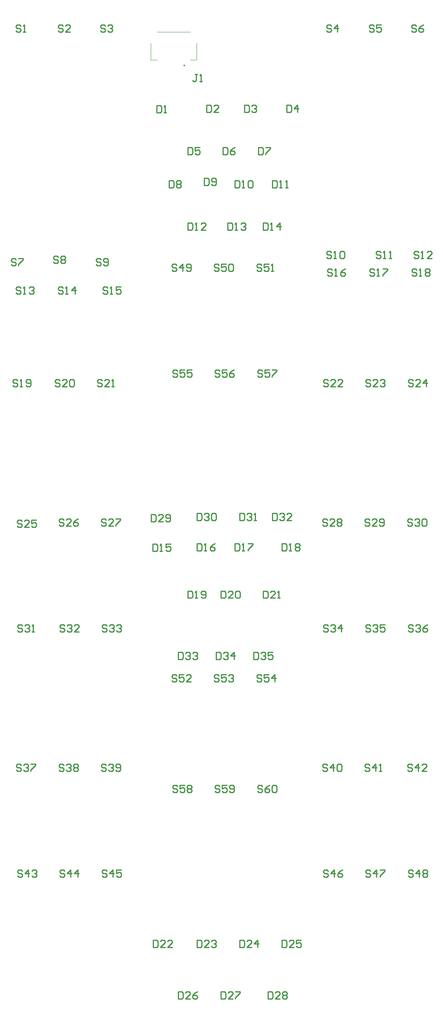
<source format=gto>
G04*
G04 #@! TF.GenerationSoftware,Altium Limited,Altium Designer,19.1.9 (167)*
G04*
G04 Layer_Color=65535*
%FSLAX44Y44*%
%MOMM*%
G71*
G01*
G75*
%ADD10C,0.2000*%
%ADD11C,0.1000*%
%ADD12C,0.2540*%
D10*
X382500Y2038000D02*
G03*
X382500Y2040000I0J1000D01*
G01*
D02*
G03*
X382500Y2038000I0J-1000D01*
G01*
D11*
X325000Y2110000D02*
X395000D01*
Y2050500D02*
X408550D01*
X408750Y2086470D01*
X311450Y2050500D02*
X325000D01*
X311250Y2086470D02*
X311450Y2050500D01*
D12*
X38349Y330976D02*
X35810Y333515D01*
X30731D01*
X28192Y330976D01*
Y328437D01*
X30731Y325897D01*
X35810D01*
X38349Y323358D01*
Y320819D01*
X35810Y318280D01*
X30731D01*
X28192Y320819D01*
X51045Y318280D02*
Y333515D01*
X43427Y325897D01*
X53584D01*
X58662Y330976D02*
X61201Y333515D01*
X66280D01*
X68819Y330976D01*
Y328437D01*
X66280Y325897D01*
X63741D01*
X66280D01*
X68819Y323358D01*
Y320819D01*
X66280Y318280D01*
X61201D01*
X58662Y320819D01*
X35157Y2122696D02*
X32617Y2125235D01*
X27539D01*
X25000Y2122696D01*
Y2120157D01*
X27539Y2117617D01*
X32617D01*
X35157Y2115078D01*
Y2112539D01*
X32617Y2110000D01*
X27539D01*
X25000Y2112539D01*
X40235Y2110000D02*
X45313D01*
X42774D01*
Y2125235D01*
X40235Y2122696D01*
X548355Y510992D02*
X545816Y513531D01*
X540737D01*
X538198Y510992D01*
Y508453D01*
X540737Y505913D01*
X545816D01*
X548355Y503374D01*
Y500835D01*
X545816Y498296D01*
X540737D01*
X538198Y500835D01*
X563590Y513531D02*
X558511Y510992D01*
X553433Y505913D01*
Y500835D01*
X555972Y498296D01*
X561051D01*
X563590Y500835D01*
Y503374D01*
X561051Y505913D01*
X553433D01*
X568668Y510992D02*
X571207Y513531D01*
X576286D01*
X578825Y510992D01*
Y500835D01*
X576286Y498296D01*
X571207D01*
X568668Y500835D01*
Y510992D01*
X458185D02*
X455645Y513531D01*
X450567D01*
X448028Y510992D01*
Y508453D01*
X450567Y505913D01*
X455645D01*
X458185Y503374D01*
Y500835D01*
X455645Y498296D01*
X450567D01*
X448028Y500835D01*
X473420Y513531D02*
X463263D01*
Y505913D01*
X468341Y508453D01*
X470881D01*
X473420Y505913D01*
Y500835D01*
X470881Y498296D01*
X465802D01*
X463263Y500835D01*
X478498D02*
X481037Y498296D01*
X486116D01*
X488655Y500835D01*
Y510992D01*
X486116Y513531D01*
X481037D01*
X478498Y510992D01*
Y508453D01*
X481037Y505913D01*
X488655D01*
X368269Y510992D02*
X365729Y513531D01*
X360651D01*
X358112Y510992D01*
Y508453D01*
X360651Y505913D01*
X365729D01*
X368269Y503374D01*
Y500835D01*
X365729Y498296D01*
X360651D01*
X358112Y500835D01*
X383504Y513531D02*
X373347D01*
Y505913D01*
X378425Y508453D01*
X380965D01*
X383504Y505913D01*
Y500835D01*
X380965Y498296D01*
X375886D01*
X373347Y500835D01*
X388582Y510992D02*
X391121Y513531D01*
X396200D01*
X398739Y510992D01*
Y508453D01*
X396200Y505913D01*
X398739Y503374D01*
Y500835D01*
X396200Y498296D01*
X391121D01*
X388582Y500835D01*
Y503374D01*
X391121Y505913D01*
X388582Y508453D01*
Y510992D01*
X391121Y505913D02*
X396200D01*
X548157Y1390956D02*
X545618Y1393495D01*
X540539D01*
X538000Y1390956D01*
Y1388417D01*
X540539Y1385878D01*
X545618D01*
X548157Y1383338D01*
Y1380799D01*
X545618Y1378260D01*
X540539D01*
X538000Y1380799D01*
X563392Y1393495D02*
X553235D01*
Y1385878D01*
X558313Y1388417D01*
X560853D01*
X563392Y1385878D01*
Y1380799D01*
X560853Y1378260D01*
X555774D01*
X553235Y1380799D01*
X568470Y1393495D02*
X578627D01*
Y1390956D01*
X568470Y1380799D01*
Y1378260D01*
X458241Y1390956D02*
X455702Y1393495D01*
X450623D01*
X448084Y1390956D01*
Y1388417D01*
X450623Y1385878D01*
X455702D01*
X458241Y1383338D01*
Y1380799D01*
X455702Y1378260D01*
X450623D01*
X448084Y1380799D01*
X473476Y1393495D02*
X463319D01*
Y1385878D01*
X468397Y1388417D01*
X470937D01*
X473476Y1385878D01*
Y1380799D01*
X470937Y1378260D01*
X465858D01*
X463319Y1380799D01*
X488711Y1393495D02*
X483633Y1390956D01*
X478554Y1385878D01*
Y1380799D01*
X481093Y1378260D01*
X486172D01*
X488711Y1380799D01*
Y1383338D01*
X486172Y1385878D01*
X478554D01*
X368325Y1390956D02*
X365786Y1393495D01*
X360707D01*
X358168Y1390956D01*
Y1388417D01*
X360707Y1385878D01*
X365786D01*
X368325Y1383338D01*
Y1380799D01*
X365786Y1378260D01*
X360707D01*
X358168Y1380799D01*
X383560Y1393495D02*
X373403D01*
Y1385878D01*
X378481Y1388417D01*
X381021D01*
X383560Y1385878D01*
Y1380799D01*
X381021Y1378260D01*
X375942D01*
X373403Y1380799D01*
X398795Y1393495D02*
X388638D01*
Y1385878D01*
X393717Y1388417D01*
X396256D01*
X398795Y1385878D01*
Y1380799D01*
X396256Y1378260D01*
X391177D01*
X388638Y1380799D01*
X546502Y745721D02*
X543963Y748260D01*
X538884D01*
X536345Y745721D01*
Y743182D01*
X538884Y740642D01*
X543963D01*
X546502Y738103D01*
Y735564D01*
X543963Y733025D01*
X538884D01*
X536345Y735564D01*
X561737Y748260D02*
X551580D01*
Y740642D01*
X556658Y743182D01*
X559198D01*
X561737Y740642D01*
Y735564D01*
X559198Y733025D01*
X554119D01*
X551580Y735564D01*
X574433Y733025D02*
Y748260D01*
X566815Y740642D01*
X576972D01*
X456502Y745721D02*
X453963Y748260D01*
X448884D01*
X446345Y745721D01*
Y743182D01*
X448884Y740642D01*
X453963D01*
X456502Y738103D01*
Y735564D01*
X453963Y733025D01*
X448884D01*
X446345Y735564D01*
X471737Y748260D02*
X461580D01*
Y740642D01*
X466658Y743182D01*
X469198D01*
X471737Y740642D01*
Y735564D01*
X469198Y733025D01*
X464119D01*
X461580Y735564D01*
X476815Y745721D02*
X479354Y748260D01*
X484433D01*
X486972Y745721D01*
Y743182D01*
X484433Y740642D01*
X481894D01*
X484433D01*
X486972Y738103D01*
Y735564D01*
X484433Y733025D01*
X479354D01*
X476815Y735564D01*
X366502Y745721D02*
X363963Y748260D01*
X358884D01*
X356345Y745721D01*
Y743182D01*
X358884Y740642D01*
X363963D01*
X366502Y738103D01*
Y735564D01*
X363963Y733025D01*
X358884D01*
X356345Y735564D01*
X381737Y748260D02*
X371580D01*
Y740642D01*
X376658Y743182D01*
X379198D01*
X381737Y740642D01*
Y735564D01*
X379198Y733025D01*
X374119D01*
X371580Y735564D01*
X396972Y733025D02*
X386815D01*
X396972Y743182D01*
Y745721D01*
X394433Y748260D01*
X389354D01*
X386815Y745721D01*
X546502Y1615721D02*
X543963Y1618260D01*
X538884D01*
X536345Y1615721D01*
Y1613182D01*
X538884Y1610643D01*
X543963D01*
X546502Y1608103D01*
Y1605564D01*
X543963Y1603025D01*
X538884D01*
X536345Y1605564D01*
X561737Y1618260D02*
X551580D01*
Y1610643D01*
X556658Y1613182D01*
X559198D01*
X561737Y1610643D01*
Y1605564D01*
X559198Y1603025D01*
X554119D01*
X551580Y1605564D01*
X566815Y1603025D02*
X571894D01*
X569354D01*
Y1618260D01*
X566815Y1615721D01*
X456502D02*
X453963Y1618260D01*
X448884D01*
X446345Y1615721D01*
Y1613182D01*
X448884Y1610643D01*
X453963D01*
X456502Y1608103D01*
Y1605564D01*
X453963Y1603025D01*
X448884D01*
X446345Y1605564D01*
X471737Y1618260D02*
X461580D01*
Y1610643D01*
X466658Y1613182D01*
X469198D01*
X471737Y1610643D01*
Y1605564D01*
X469198Y1603025D01*
X464119D01*
X461580Y1605564D01*
X476815Y1615721D02*
X479354Y1618260D01*
X484433D01*
X486972Y1615721D01*
Y1605564D01*
X484433Y1603025D01*
X479354D01*
X476815Y1605564D01*
Y1615721D01*
X366502D02*
X363963Y1618260D01*
X358884D01*
X356345Y1615721D01*
Y1613182D01*
X358884Y1610643D01*
X363963D01*
X366502Y1608103D01*
Y1605564D01*
X363963Y1603025D01*
X358884D01*
X356345Y1605564D01*
X379198Y1603025D02*
Y1618260D01*
X371580Y1610643D01*
X381737D01*
X386815Y1605564D02*
X389354Y1603025D01*
X394433D01*
X396972Y1605564D01*
Y1615721D01*
X394433Y1618260D01*
X389354D01*
X386815Y1615721D01*
Y1613182D01*
X389354Y1610643D01*
X396972D01*
X868183Y330976D02*
X865643Y333515D01*
X860565D01*
X858026Y330976D01*
Y328437D01*
X860565Y325897D01*
X865643D01*
X868183Y323358D01*
Y320819D01*
X865643Y318280D01*
X860565D01*
X858026Y320819D01*
X880879Y318280D02*
Y333515D01*
X873261Y325897D01*
X883418D01*
X888496Y330976D02*
X891035Y333515D01*
X896114D01*
X898653Y330976D01*
Y328437D01*
X896114Y325897D01*
X898653Y323358D01*
Y320819D01*
X896114Y318280D01*
X891035D01*
X888496Y320819D01*
Y323358D01*
X891035Y325897D01*
X888496Y328437D01*
Y330976D01*
X891035Y325897D02*
X896114D01*
X778267Y330976D02*
X775727Y333515D01*
X770649D01*
X768110Y330976D01*
Y328437D01*
X770649Y325897D01*
X775727D01*
X778267Y323358D01*
Y320819D01*
X775727Y318280D01*
X770649D01*
X768110Y320819D01*
X790963Y318280D02*
Y333515D01*
X783345Y325897D01*
X793502D01*
X798580Y333515D02*
X808737D01*
Y330976D01*
X798580Y320819D01*
Y318280D01*
X688351Y330976D02*
X685811Y333515D01*
X680733D01*
X678194Y330976D01*
Y328437D01*
X680733Y325897D01*
X685811D01*
X688351Y323358D01*
Y320819D01*
X685811Y318280D01*
X680733D01*
X678194Y320819D01*
X701047Y318280D02*
Y333515D01*
X693429Y325897D01*
X703586D01*
X718821Y333515D02*
X713743Y330976D01*
X708664Y325897D01*
Y320819D01*
X711203Y318280D01*
X716282D01*
X718821Y320819D01*
Y323358D01*
X716282Y325897D01*
X708664D01*
X218181Y330976D02*
X215641Y333515D01*
X210563D01*
X208024Y330976D01*
Y328437D01*
X210563Y325897D01*
X215641D01*
X218181Y323358D01*
Y320819D01*
X215641Y318280D01*
X210563D01*
X208024Y320819D01*
X230877Y318280D02*
Y333515D01*
X223259Y325897D01*
X233416D01*
X248651Y333515D02*
X238494D01*
Y325897D01*
X243573Y328437D01*
X246112D01*
X248651Y325897D01*
Y320819D01*
X246112Y318280D01*
X241033D01*
X238494Y320819D01*
X128265Y330976D02*
X125725Y333515D01*
X120647D01*
X118108Y330976D01*
Y328437D01*
X120647Y325897D01*
X125725D01*
X128265Y323358D01*
Y320819D01*
X125725Y318280D01*
X120647D01*
X118108Y320819D01*
X140961Y318280D02*
Y333515D01*
X133343Y325897D01*
X143500D01*
X156196Y318280D02*
Y333515D01*
X148578Y325897D01*
X158735D01*
X866502Y555721D02*
X863962Y558260D01*
X858884D01*
X856345Y555721D01*
Y553182D01*
X858884Y550643D01*
X863962D01*
X866502Y548103D01*
Y545564D01*
X863962Y543025D01*
X858884D01*
X856345Y545564D01*
X879198Y543025D02*
Y558260D01*
X871580Y550643D01*
X881737D01*
X896972Y543025D02*
X886815D01*
X896972Y553182D01*
Y555721D01*
X894433Y558260D01*
X889354D01*
X886815Y555721D01*
X776502D02*
X773962Y558260D01*
X768884D01*
X766345Y555721D01*
Y553182D01*
X768884Y550643D01*
X773962D01*
X776502Y548103D01*
Y545564D01*
X773962Y543025D01*
X768884D01*
X766345Y545564D01*
X789198Y543025D02*
Y558260D01*
X781580Y550643D01*
X791737D01*
X796815Y543025D02*
X801893D01*
X799354D01*
Y558260D01*
X796815Y555721D01*
X686502D02*
X683962Y558260D01*
X678884D01*
X676345Y555721D01*
Y553182D01*
X678884Y550643D01*
X683962D01*
X686502Y548103D01*
Y545564D01*
X683962Y543025D01*
X678884D01*
X676345Y545564D01*
X699198Y543025D02*
Y558260D01*
X691580Y550643D01*
X701737D01*
X706815Y555721D02*
X709354Y558260D01*
X714433D01*
X716972Y555721D01*
Y545564D01*
X714433Y543025D01*
X709354D01*
X706815Y545564D01*
Y555721D01*
X216502Y555721D02*
X213962Y558260D01*
X208884D01*
X206345Y555721D01*
Y553182D01*
X208884Y550643D01*
X213962D01*
X216502Y548103D01*
Y545564D01*
X213962Y543025D01*
X208884D01*
X206345Y545564D01*
X221580Y555721D02*
X224119Y558260D01*
X229198D01*
X231737Y555721D01*
Y553182D01*
X229198Y550643D01*
X226658D01*
X229198D01*
X231737Y548103D01*
Y545564D01*
X229198Y543025D01*
X224119D01*
X221580Y545564D01*
X236815D02*
X239354Y543025D01*
X244433D01*
X246972Y545564D01*
Y555721D01*
X244433Y558260D01*
X239354D01*
X236815Y555721D01*
Y553182D01*
X239354Y550643D01*
X246972D01*
X126502Y555721D02*
X123962Y558260D01*
X118884D01*
X116345Y555721D01*
Y553182D01*
X118884Y550643D01*
X123962D01*
X126502Y548103D01*
Y545564D01*
X123962Y543025D01*
X118884D01*
X116345Y545564D01*
X131580Y555721D02*
X134119Y558260D01*
X139198D01*
X141737Y555721D01*
Y553182D01*
X139198Y550643D01*
X136658D01*
X139198D01*
X141737Y548103D01*
Y545564D01*
X139198Y543025D01*
X134119D01*
X131580Y545564D01*
X146815Y555721D02*
X149354Y558260D01*
X154433D01*
X156972Y555721D01*
Y553182D01*
X154433Y550643D01*
X156972Y548103D01*
Y545564D01*
X154433Y543025D01*
X149354D01*
X146815Y545564D01*
Y548103D01*
X149354Y550643D01*
X146815Y553182D01*
Y555721D01*
X149354Y550643D02*
X154433D01*
X36502Y555721D02*
X33963Y558260D01*
X28884D01*
X26345Y555721D01*
Y553182D01*
X28884Y550643D01*
X33963D01*
X36502Y548103D01*
Y545564D01*
X33963Y543025D01*
X28884D01*
X26345Y545564D01*
X41580Y555721D02*
X44119Y558260D01*
X49198D01*
X51737Y555721D01*
Y553182D01*
X49198Y550643D01*
X46658D01*
X49198D01*
X51737Y548103D01*
Y545564D01*
X49198Y543025D01*
X44119D01*
X41580Y545564D01*
X56815Y558260D02*
X66972D01*
Y555721D01*
X56815Y545564D01*
Y543025D01*
X868203Y851102D02*
X865664Y853641D01*
X860585D01*
X858046Y851102D01*
Y848563D01*
X860585Y846023D01*
X865664D01*
X868203Y843484D01*
Y840945D01*
X865664Y838406D01*
X860585D01*
X858046Y840945D01*
X873281Y851102D02*
X875820Y853641D01*
X880899D01*
X883438Y851102D01*
Y848563D01*
X880899Y846023D01*
X878359D01*
X880899D01*
X883438Y843484D01*
Y840945D01*
X880899Y838406D01*
X875820D01*
X873281Y840945D01*
X898673Y853641D02*
X893595Y851102D01*
X888516Y846023D01*
Y840945D01*
X891055Y838406D01*
X896134D01*
X898673Y840945D01*
Y843484D01*
X896134Y846023D01*
X888516D01*
X778287Y851102D02*
X775748Y853641D01*
X770669D01*
X768130Y851102D01*
Y848563D01*
X770669Y846023D01*
X775748D01*
X778287Y843484D01*
Y840945D01*
X775748Y838406D01*
X770669D01*
X768130Y840945D01*
X783365Y851102D02*
X785904Y853641D01*
X790983D01*
X793522Y851102D01*
Y848563D01*
X790983Y846023D01*
X788443D01*
X790983D01*
X793522Y843484D01*
Y840945D01*
X790983Y838406D01*
X785904D01*
X783365Y840945D01*
X808757Y853641D02*
X798600D01*
Y846023D01*
X803679Y848563D01*
X806218D01*
X808757Y846023D01*
Y840945D01*
X806218Y838406D01*
X801139D01*
X798600Y840945D01*
X688371Y851102D02*
X685832Y853641D01*
X680753D01*
X678214Y851102D01*
Y848563D01*
X680753Y846023D01*
X685832D01*
X688371Y843484D01*
Y840945D01*
X685832Y838406D01*
X680753D01*
X678214Y840945D01*
X693449Y851102D02*
X695988Y853641D01*
X701067D01*
X703606Y851102D01*
Y848563D01*
X701067Y846023D01*
X698527D01*
X701067D01*
X703606Y843484D01*
Y840945D01*
X701067Y838406D01*
X695988D01*
X693449Y840945D01*
X716302Y838406D02*
Y853641D01*
X708684Y846023D01*
X718841D01*
X218201Y851102D02*
X215662Y853641D01*
X210583D01*
X208044Y851102D01*
Y848563D01*
X210583Y846023D01*
X215662D01*
X218201Y843484D01*
Y840945D01*
X215662Y838406D01*
X210583D01*
X208044Y840945D01*
X223279Y851102D02*
X225818Y853641D01*
X230897D01*
X233436Y851102D01*
Y848563D01*
X230897Y846023D01*
X228357D01*
X230897D01*
X233436Y843484D01*
Y840945D01*
X230897Y838406D01*
X225818D01*
X223279Y840945D01*
X238514Y851102D02*
X241053Y853641D01*
X246132D01*
X248671Y851102D01*
Y848563D01*
X246132Y846023D01*
X243592D01*
X246132D01*
X248671Y843484D01*
Y840945D01*
X246132Y838406D01*
X241053D01*
X238514Y840945D01*
X128285Y851102D02*
X125745Y853641D01*
X120667D01*
X118128Y851102D01*
Y848563D01*
X120667Y846023D01*
X125745D01*
X128285Y843484D01*
Y840945D01*
X125745Y838406D01*
X120667D01*
X118128Y840945D01*
X133363Y851102D02*
X135902Y853641D01*
X140981D01*
X143520Y851102D01*
Y848563D01*
X140981Y846023D01*
X138441D01*
X140981D01*
X143520Y843484D01*
Y840945D01*
X140981Y838406D01*
X135902D01*
X133363Y840945D01*
X158755Y838406D02*
X148598D01*
X158755Y848563D01*
Y851102D01*
X156216Y853641D01*
X151137D01*
X148598Y851102D01*
X38369D02*
X35830Y853641D01*
X30751D01*
X28212Y851102D01*
Y848563D01*
X30751Y846023D01*
X35830D01*
X38369Y843484D01*
Y840945D01*
X35830Y838406D01*
X30751D01*
X28212Y840945D01*
X43447Y851102D02*
X45986Y853641D01*
X51065D01*
X53604Y851102D01*
Y848563D01*
X51065Y846023D01*
X48525D01*
X51065D01*
X53604Y843484D01*
Y840945D01*
X51065Y838406D01*
X45986D01*
X43447Y840945D01*
X58682Y838406D02*
X63760D01*
X61221D01*
Y853641D01*
X58682Y851102D01*
X866502Y1075721D02*
X863962Y1078260D01*
X858884D01*
X856345Y1075721D01*
Y1073182D01*
X858884Y1070642D01*
X863962D01*
X866502Y1068103D01*
Y1065564D01*
X863962Y1063025D01*
X858884D01*
X856345Y1065564D01*
X871580Y1075721D02*
X874119Y1078260D01*
X879198D01*
X881737Y1075721D01*
Y1073182D01*
X879198Y1070642D01*
X876658D01*
X879198D01*
X881737Y1068103D01*
Y1065564D01*
X879198Y1063025D01*
X874119D01*
X871580Y1065564D01*
X886815Y1075721D02*
X889354Y1078260D01*
X894433D01*
X896972Y1075721D01*
Y1065564D01*
X894433Y1063025D01*
X889354D01*
X886815Y1065564D01*
Y1075721D01*
X776502D02*
X773962Y1078260D01*
X768884D01*
X766345Y1075721D01*
Y1073182D01*
X768884Y1070642D01*
X773962D01*
X776502Y1068103D01*
Y1065564D01*
X773962Y1063025D01*
X768884D01*
X766345Y1065564D01*
X791737Y1063025D02*
X781580D01*
X791737Y1073182D01*
Y1075721D01*
X789198Y1078260D01*
X784119D01*
X781580Y1075721D01*
X796815Y1065564D02*
X799354Y1063025D01*
X804433D01*
X806972Y1065564D01*
Y1075721D01*
X804433Y1078260D01*
X799354D01*
X796815Y1075721D01*
Y1073182D01*
X799354Y1070642D01*
X806972D01*
X686502Y1075721D02*
X683962Y1078260D01*
X678884D01*
X676345Y1075721D01*
Y1073182D01*
X678884Y1070642D01*
X683962D01*
X686502Y1068103D01*
Y1065564D01*
X683962Y1063025D01*
X678884D01*
X676345Y1065564D01*
X701737Y1063025D02*
X691580D01*
X701737Y1073182D01*
Y1075721D01*
X699198Y1078260D01*
X694119D01*
X691580Y1075721D01*
X706815D02*
X709354Y1078260D01*
X714433D01*
X716972Y1075721D01*
Y1073182D01*
X714433Y1070642D01*
X716972Y1068103D01*
Y1065564D01*
X714433Y1063025D01*
X709354D01*
X706815Y1065564D01*
Y1068103D01*
X709354Y1070642D01*
X706815Y1073182D01*
Y1075721D01*
X709354Y1070642D02*
X714433D01*
X216502Y1075721D02*
X213962Y1078260D01*
X208884D01*
X206345Y1075721D01*
Y1073182D01*
X208884Y1070642D01*
X213962D01*
X216502Y1068103D01*
Y1065564D01*
X213962Y1063025D01*
X208884D01*
X206345Y1065564D01*
X231737Y1063025D02*
X221580D01*
X231737Y1073182D01*
Y1075721D01*
X229198Y1078260D01*
X224119D01*
X221580Y1075721D01*
X236815Y1078260D02*
X246972D01*
Y1075721D01*
X236815Y1065564D01*
Y1063025D01*
X126502Y1075721D02*
X123962Y1078260D01*
X118884D01*
X116345Y1075721D01*
Y1073182D01*
X118884Y1070642D01*
X123962D01*
X126502Y1068103D01*
Y1065564D01*
X123962Y1063025D01*
X118884D01*
X116345Y1065564D01*
X141737Y1063025D02*
X131580D01*
X141737Y1073182D01*
Y1075721D01*
X139198Y1078260D01*
X134119D01*
X131580Y1075721D01*
X156972Y1078260D02*
X151894Y1075721D01*
X146815Y1070642D01*
Y1065564D01*
X149354Y1063025D01*
X154433D01*
X156972Y1065564D01*
Y1068103D01*
X154433Y1070642D01*
X146815D01*
X37657Y1072696D02*
X35117Y1075235D01*
X30039D01*
X27500Y1072696D01*
Y1070157D01*
X30039Y1067617D01*
X35117D01*
X37657Y1065078D01*
Y1062539D01*
X35117Y1060000D01*
X30039D01*
X27500Y1062539D01*
X52892Y1060000D02*
X42735D01*
X52892Y1070157D01*
Y1072696D01*
X50353Y1075235D01*
X45274D01*
X42735Y1072696D01*
X68127Y1075235D02*
X57970D01*
Y1067617D01*
X63049Y1070157D01*
X65588D01*
X68127Y1067617D01*
Y1062539D01*
X65588Y1060000D01*
X60509D01*
X57970Y1062539D01*
X868173Y1370928D02*
X865633Y1373467D01*
X860555D01*
X858016Y1370928D01*
Y1368389D01*
X860555Y1365849D01*
X865633D01*
X868173Y1363310D01*
Y1360771D01*
X865633Y1358232D01*
X860555D01*
X858016Y1360771D01*
X883408Y1358232D02*
X873251D01*
X883408Y1368389D01*
Y1370928D01*
X880869Y1373467D01*
X875790D01*
X873251Y1370928D01*
X896104Y1358232D02*
Y1373467D01*
X888486Y1365849D01*
X898643D01*
X778257Y1370928D02*
X775717Y1373467D01*
X770639D01*
X768100Y1370928D01*
Y1368389D01*
X770639Y1365849D01*
X775717D01*
X778257Y1363310D01*
Y1360771D01*
X775717Y1358232D01*
X770639D01*
X768100Y1360771D01*
X793492Y1358232D02*
X783335D01*
X793492Y1368389D01*
Y1370928D01*
X790953Y1373467D01*
X785874D01*
X783335Y1370928D01*
X798570D02*
X801109Y1373467D01*
X806188D01*
X808727Y1370928D01*
Y1368389D01*
X806188Y1365849D01*
X803649D01*
X806188D01*
X808727Y1363310D01*
Y1360771D01*
X806188Y1358232D01*
X801109D01*
X798570Y1360771D01*
X688341Y1370928D02*
X685801Y1373467D01*
X680723D01*
X678184Y1370928D01*
Y1368389D01*
X680723Y1365849D01*
X685801D01*
X688341Y1363310D01*
Y1360771D01*
X685801Y1358232D01*
X680723D01*
X678184Y1360771D01*
X703576Y1358232D02*
X693419D01*
X703576Y1368389D01*
Y1370928D01*
X701037Y1373467D01*
X695958D01*
X693419Y1370928D01*
X718811Y1358232D02*
X708654D01*
X718811Y1368389D01*
Y1370928D01*
X716272Y1373467D01*
X711193D01*
X708654Y1370928D01*
X208171D02*
X205632Y1373467D01*
X200553D01*
X198014Y1370928D01*
Y1368389D01*
X200553Y1365849D01*
X205632D01*
X208171Y1363310D01*
Y1360771D01*
X205632Y1358232D01*
X200553D01*
X198014Y1360771D01*
X223406Y1358232D02*
X213249D01*
X223406Y1368389D01*
Y1370928D01*
X220867Y1373467D01*
X215788D01*
X213249Y1370928D01*
X228484Y1358232D02*
X233563D01*
X231023D01*
Y1373467D01*
X228484Y1370928D01*
X118255D02*
X115716Y1373467D01*
X110637D01*
X108098Y1370928D01*
Y1368389D01*
X110637Y1365849D01*
X115716D01*
X118255Y1363310D01*
Y1360771D01*
X115716Y1358232D01*
X110637D01*
X108098Y1360771D01*
X133490Y1358232D02*
X123333D01*
X133490Y1368389D01*
Y1370928D01*
X130951Y1373467D01*
X125872D01*
X123333Y1370928D01*
X138568D02*
X141107Y1373467D01*
X146186D01*
X148725Y1370928D01*
Y1360771D01*
X146186Y1358232D01*
X141107D01*
X138568Y1360771D01*
Y1370928D01*
X28339D02*
X25800Y1373467D01*
X20721D01*
X18182Y1370928D01*
Y1368389D01*
X20721Y1365849D01*
X25800D01*
X28339Y1363310D01*
Y1360771D01*
X25800Y1358232D01*
X20721D01*
X18182Y1360771D01*
X33417Y1358232D02*
X38495D01*
X35956D01*
Y1373467D01*
X33417Y1370928D01*
X46113Y1360771D02*
X48652Y1358232D01*
X53731D01*
X56270Y1360771D01*
Y1370928D01*
X53731Y1373467D01*
X48652D01*
X46113Y1370928D01*
Y1368389D01*
X48652Y1365849D01*
X56270D01*
X876502Y1605721D02*
X873962Y1608260D01*
X868884D01*
X866345Y1605721D01*
Y1603182D01*
X868884Y1600643D01*
X873962D01*
X876502Y1598103D01*
Y1595564D01*
X873962Y1593025D01*
X868884D01*
X866345Y1595564D01*
X881580Y1593025D02*
X886658D01*
X884119D01*
Y1608260D01*
X881580Y1605721D01*
X894276D02*
X896815Y1608260D01*
X901893D01*
X904433Y1605721D01*
Y1603182D01*
X901893Y1600643D01*
X904433Y1598103D01*
Y1595564D01*
X901893Y1593025D01*
X896815D01*
X894276Y1595564D01*
Y1598103D01*
X896815Y1600643D01*
X894276Y1603182D01*
Y1605721D01*
X896815Y1600643D02*
X901893D01*
X786502Y1605721D02*
X783962Y1608260D01*
X778884D01*
X776345Y1605721D01*
Y1603182D01*
X778884Y1600643D01*
X783962D01*
X786502Y1598103D01*
Y1595564D01*
X783962Y1593025D01*
X778884D01*
X776345Y1595564D01*
X791580Y1593025D02*
X796658D01*
X794119D01*
Y1608260D01*
X791580Y1605721D01*
X804276Y1608260D02*
X814433D01*
Y1605721D01*
X804276Y1595564D01*
Y1593025D01*
X696502Y1605721D02*
X693962Y1608260D01*
X688884D01*
X686345Y1605721D01*
Y1603182D01*
X688884Y1600643D01*
X693962D01*
X696502Y1598103D01*
Y1595564D01*
X693962Y1593025D01*
X688884D01*
X686345Y1595564D01*
X701580Y1593025D02*
X706658D01*
X704119D01*
Y1608260D01*
X701580Y1605721D01*
X724433Y1608260D02*
X719354Y1605721D01*
X714276Y1600643D01*
Y1595564D01*
X716815Y1593025D01*
X721893D01*
X724433Y1595564D01*
Y1598103D01*
X721893Y1600643D01*
X714276D01*
X220157Y1567696D02*
X217617Y1570235D01*
X212539D01*
X210000Y1567696D01*
Y1565157D01*
X212539Y1562617D01*
X217617D01*
X220157Y1560078D01*
Y1557539D01*
X217617Y1555000D01*
X212539D01*
X210000Y1557539D01*
X225235Y1555000D02*
X230313D01*
X227774D01*
Y1570235D01*
X225235Y1567696D01*
X248088Y1570235D02*
X237931D01*
Y1562617D01*
X243009Y1565157D01*
X245548D01*
X248088Y1562617D01*
Y1557539D01*
X245548Y1555000D01*
X240470D01*
X237931Y1557539D01*
X125157Y1567696D02*
X122618Y1570235D01*
X117539D01*
X115000Y1567696D01*
Y1565157D01*
X117539Y1562617D01*
X122618D01*
X125157Y1560078D01*
Y1557539D01*
X122618Y1555000D01*
X117539D01*
X115000Y1557539D01*
X130235Y1555000D02*
X135313D01*
X132774D01*
Y1570235D01*
X130235Y1567696D01*
X150548Y1555000D02*
Y1570235D01*
X142931Y1562617D01*
X153088D01*
X35157Y1567696D02*
X32617Y1570235D01*
X27539D01*
X25000Y1567696D01*
Y1565157D01*
X27539Y1562617D01*
X32617D01*
X35157Y1560078D01*
Y1557539D01*
X32617Y1555000D01*
X27539D01*
X25000Y1557539D01*
X40235Y1555000D02*
X45313D01*
X42774D01*
Y1570235D01*
X40235Y1567696D01*
X52931D02*
X55470Y1570235D01*
X60549D01*
X63088Y1567696D01*
Y1565157D01*
X60549Y1562617D01*
X58009D01*
X60549D01*
X63088Y1560078D01*
Y1557539D01*
X60549Y1555000D01*
X55470D01*
X52931Y1557539D01*
X880157Y1642696D02*
X877617Y1645235D01*
X872539D01*
X870000Y1642696D01*
Y1640157D01*
X872539Y1637617D01*
X877617D01*
X880157Y1635078D01*
Y1632539D01*
X877617Y1630000D01*
X872539D01*
X870000Y1632539D01*
X885235Y1630000D02*
X890313D01*
X887774D01*
Y1645235D01*
X885235Y1642696D01*
X908088Y1630000D02*
X897931D01*
X908088Y1640157D01*
Y1642696D01*
X905548Y1645235D01*
X900470D01*
X897931Y1642696D01*
X800157D02*
X797617Y1645235D01*
X792539D01*
X790000Y1642696D01*
Y1640157D01*
X792539Y1637617D01*
X797617D01*
X800157Y1635078D01*
Y1632539D01*
X797617Y1630000D01*
X792539D01*
X790000Y1632539D01*
X805235Y1630000D02*
X810313D01*
X807774D01*
Y1645235D01*
X805235Y1642696D01*
X817931Y1630000D02*
X823009D01*
X820470D01*
Y1645235D01*
X817931Y1642696D01*
X695157D02*
X692617Y1645235D01*
X687539D01*
X685000Y1642696D01*
Y1640157D01*
X687539Y1637617D01*
X692617D01*
X695157Y1635078D01*
Y1632539D01*
X692617Y1630000D01*
X687539D01*
X685000Y1632539D01*
X700235Y1630000D02*
X705313D01*
X702774D01*
Y1645235D01*
X700235Y1642696D01*
X712931D02*
X715470Y1645235D01*
X720548D01*
X723088Y1642696D01*
Y1632539D01*
X720548Y1630000D01*
X715470D01*
X712931Y1632539D01*
Y1642696D01*
X205157Y1627696D02*
X202617Y1630235D01*
X197539D01*
X195000Y1627696D01*
Y1625157D01*
X197539Y1622617D01*
X202617D01*
X205157Y1620078D01*
Y1617539D01*
X202617Y1615000D01*
X197539D01*
X195000Y1617539D01*
X210235D02*
X212774Y1615000D01*
X217853D01*
X220392Y1617539D01*
Y1627696D01*
X217853Y1630235D01*
X212774D01*
X210235Y1627696D01*
Y1625157D01*
X212774Y1622617D01*
X220392D01*
X115157Y1632696D02*
X112618Y1635235D01*
X107539D01*
X105000Y1632696D01*
Y1630157D01*
X107539Y1627617D01*
X112618D01*
X115157Y1625078D01*
Y1622539D01*
X112618Y1620000D01*
X107539D01*
X105000Y1622539D01*
X120235Y1632696D02*
X122774Y1635235D01*
X127853D01*
X130392Y1632696D01*
Y1630157D01*
X127853Y1627617D01*
X130392Y1625078D01*
Y1622539D01*
X127853Y1620000D01*
X122774D01*
X120235Y1622539D01*
Y1625078D01*
X122774Y1627617D01*
X120235Y1630157D01*
Y1632696D01*
X122774Y1627617D02*
X127853D01*
X25157Y1627696D02*
X22617Y1630235D01*
X17539D01*
X15000Y1627696D01*
Y1625157D01*
X17539Y1622617D01*
X22617D01*
X25157Y1620078D01*
Y1617539D01*
X22617Y1615000D01*
X17539D01*
X15000Y1617539D01*
X30235Y1630235D02*
X40392D01*
Y1627696D01*
X30235Y1617539D01*
Y1615000D01*
X875157Y2122696D02*
X872617Y2125235D01*
X867539D01*
X865000Y2122696D01*
Y2120157D01*
X867539Y2117617D01*
X872617D01*
X875157Y2115078D01*
Y2112539D01*
X872617Y2110000D01*
X867539D01*
X865000Y2112539D01*
X890392Y2125235D02*
X885313Y2122696D01*
X880235Y2117617D01*
Y2112539D01*
X882774Y2110000D01*
X887853D01*
X890392Y2112539D01*
Y2115078D01*
X887853Y2117617D01*
X880235D01*
X785157Y2122696D02*
X782617Y2125235D01*
X777539D01*
X775000Y2122696D01*
Y2120157D01*
X777539Y2117617D01*
X782617D01*
X785157Y2115078D01*
Y2112539D01*
X782617Y2110000D01*
X777539D01*
X775000Y2112539D01*
X800392Y2125235D02*
X790235D01*
Y2117617D01*
X795313Y2120157D01*
X797853D01*
X800392Y2117617D01*
Y2112539D01*
X797853Y2110000D01*
X792774D01*
X790235Y2112539D01*
X215157Y2122696D02*
X212617Y2125235D01*
X207539D01*
X205000Y2122696D01*
Y2120157D01*
X207539Y2117617D01*
X212617D01*
X215157Y2115078D01*
Y2112539D01*
X212617Y2110000D01*
X207539D01*
X205000Y2112539D01*
X220235Y2122696D02*
X222774Y2125235D01*
X227853D01*
X230392Y2122696D01*
Y2120157D01*
X227853Y2117617D01*
X225313D01*
X227853D01*
X230392Y2115078D01*
Y2112539D01*
X227853Y2110000D01*
X222774D01*
X220235Y2112539D01*
X125157Y2122696D02*
X122618Y2125235D01*
X117539D01*
X115000Y2122696D01*
Y2120157D01*
X117539Y2117617D01*
X122618D01*
X125157Y2115078D01*
Y2112539D01*
X122618Y2110000D01*
X117539D01*
X115000Y2112539D01*
X140392Y2110000D02*
X130235D01*
X140392Y2120157D01*
Y2122696D01*
X137853Y2125235D01*
X132774D01*
X130235Y2122696D01*
X695157D02*
X692617Y2125235D01*
X687539D01*
X685000Y2122696D01*
Y2120157D01*
X687539Y2117617D01*
X692617D01*
X695157Y2115078D01*
Y2112539D01*
X692617Y2110000D01*
X687539D01*
X685000Y2112539D01*
X707853Y2110000D02*
Y2125235D01*
X700235Y2117617D01*
X710392D01*
X410157Y2020235D02*
X405078D01*
X407617D01*
Y2007539D01*
X405078Y2005000D01*
X402539D01*
X400000Y2007539D01*
X415235Y2005000D02*
X420313D01*
X417774D01*
Y2020235D01*
X415235Y2017696D01*
X530000Y795235D02*
Y780000D01*
X537617D01*
X540157Y782539D01*
Y792696D01*
X537617Y795235D01*
X530000D01*
X545235Y792696D02*
X547774Y795235D01*
X552853D01*
X555392Y792696D01*
Y790157D01*
X552853Y787618D01*
X550313D01*
X552853D01*
X555392Y785078D01*
Y782539D01*
X552853Y780000D01*
X547774D01*
X545235Y782539D01*
X570627Y795235D02*
X560470D01*
Y787618D01*
X565549Y790157D01*
X568088D01*
X570627Y787618D01*
Y782539D01*
X568088Y780000D01*
X563009D01*
X560470Y782539D01*
X450000Y795235D02*
Y780000D01*
X457617D01*
X460157Y782539D01*
Y792696D01*
X457617Y795235D01*
X450000D01*
X465235Y792696D02*
X467774Y795235D01*
X472853D01*
X475392Y792696D01*
Y790157D01*
X472853Y787618D01*
X470313D01*
X472853D01*
X475392Y785078D01*
Y782539D01*
X472853Y780000D01*
X467774D01*
X465235Y782539D01*
X488088Y780000D02*
Y795235D01*
X480470Y787618D01*
X490627D01*
X370000Y795235D02*
Y780000D01*
X377617D01*
X380157Y782539D01*
Y792696D01*
X377617Y795235D01*
X370000D01*
X385235Y792696D02*
X387774Y795235D01*
X392853D01*
X395392Y792696D01*
Y790157D01*
X392853Y787618D01*
X390313D01*
X392853D01*
X395392Y785078D01*
Y782539D01*
X392853Y780000D01*
X387774D01*
X385235Y782539D01*
X400470Y792696D02*
X403009Y795235D01*
X408088D01*
X410627Y792696D01*
Y790157D01*
X408088Y787618D01*
X405549D01*
X408088D01*
X410627Y785078D01*
Y782539D01*
X408088Y780000D01*
X403009D01*
X400470Y782539D01*
X570000Y1090235D02*
Y1075000D01*
X577617D01*
X580157Y1077539D01*
Y1087696D01*
X577617Y1090235D01*
X570000D01*
X585235Y1087696D02*
X587774Y1090235D01*
X592853D01*
X595392Y1087696D01*
Y1085157D01*
X592853Y1082617D01*
X590313D01*
X592853D01*
X595392Y1080078D01*
Y1077539D01*
X592853Y1075000D01*
X587774D01*
X585235Y1077539D01*
X610627Y1075000D02*
X600470D01*
X610627Y1085157D01*
Y1087696D01*
X608088Y1090235D01*
X603009D01*
X600470Y1087696D01*
X500000Y1090235D02*
Y1075000D01*
X507618D01*
X510157Y1077539D01*
Y1087696D01*
X507618Y1090235D01*
X500000D01*
X515235Y1087696D02*
X517774Y1090235D01*
X522853D01*
X525392Y1087696D01*
Y1085157D01*
X522853Y1082617D01*
X520313D01*
X522853D01*
X525392Y1080078D01*
Y1077539D01*
X522853Y1075000D01*
X517774D01*
X515235Y1077539D01*
X530470Y1075000D02*
X535549D01*
X533009D01*
Y1090235D01*
X530470Y1087696D01*
X410000Y1090235D02*
Y1075000D01*
X417617D01*
X420157Y1077539D01*
Y1087696D01*
X417617Y1090235D01*
X410000D01*
X425235Y1087696D02*
X427774Y1090235D01*
X432853D01*
X435392Y1087696D01*
Y1085157D01*
X432853Y1082617D01*
X430313D01*
X432853D01*
X435392Y1080078D01*
Y1077539D01*
X432853Y1075000D01*
X427774D01*
X425235Y1077539D01*
X440470Y1087696D02*
X443009Y1090235D01*
X448088D01*
X450627Y1087696D01*
Y1077539D01*
X448088Y1075000D01*
X443009D01*
X440470Y1077539D01*
Y1087696D01*
X312500Y1087735D02*
Y1072500D01*
X320117D01*
X322657Y1075039D01*
Y1085196D01*
X320117Y1087735D01*
X312500D01*
X337892Y1072500D02*
X327735D01*
X337892Y1082657D01*
Y1085196D01*
X335353Y1087735D01*
X330274D01*
X327735Y1085196D01*
X342970Y1075039D02*
X345509Y1072500D01*
X350588D01*
X353127Y1075039D01*
Y1085196D01*
X350588Y1087735D01*
X345509D01*
X342970Y1085196D01*
Y1082657D01*
X345509Y1080117D01*
X353127D01*
X560000Y75235D02*
Y60000D01*
X567617D01*
X570157Y62539D01*
Y72696D01*
X567617Y75235D01*
X560000D01*
X585392Y60000D02*
X575235D01*
X585392Y70157D01*
Y72696D01*
X582853Y75235D01*
X577774D01*
X575235Y72696D01*
X590470D02*
X593009Y75235D01*
X598088D01*
X600627Y72696D01*
Y70157D01*
X598088Y67618D01*
X600627Y65078D01*
Y62539D01*
X598088Y60000D01*
X593009D01*
X590470Y62539D01*
Y65078D01*
X593009Y67618D01*
X590470Y70157D01*
Y72696D01*
X593009Y67618D02*
X598088D01*
X460000Y75235D02*
Y60000D01*
X467617D01*
X470157Y62539D01*
Y72696D01*
X467617Y75235D01*
X460000D01*
X485392Y60000D02*
X475235D01*
X485392Y70157D01*
Y72696D01*
X482853Y75235D01*
X477774D01*
X475235Y72696D01*
X490470Y75235D02*
X500627D01*
Y72696D01*
X490470Y62539D01*
Y60000D01*
X370000Y75235D02*
Y60000D01*
X377617D01*
X380157Y62539D01*
Y72696D01*
X377617Y75235D01*
X370000D01*
X395392Y60000D02*
X385235D01*
X395392Y70157D01*
Y72696D01*
X392853Y75235D01*
X387774D01*
X385235Y72696D01*
X410627Y75235D02*
X405549Y72696D01*
X400470Y67618D01*
Y62539D01*
X403009Y60000D01*
X408088D01*
X410627Y62539D01*
Y65078D01*
X408088Y67618D01*
X400470D01*
X590000Y185235D02*
Y170000D01*
X597617D01*
X600157Y172539D01*
Y182696D01*
X597617Y185235D01*
X590000D01*
X615392Y170000D02*
X605235D01*
X615392Y180157D01*
Y182696D01*
X612853Y185235D01*
X607774D01*
X605235Y182696D01*
X630627Y185235D02*
X620470D01*
Y177617D01*
X625549Y180157D01*
X628088D01*
X630627Y177617D01*
Y172539D01*
X628088Y170000D01*
X623009D01*
X620470Y172539D01*
X500000Y185235D02*
Y170000D01*
X507617D01*
X510157Y172539D01*
Y182696D01*
X507617Y185235D01*
X500000D01*
X525392Y170000D02*
X515235D01*
X525392Y180157D01*
Y182696D01*
X522853Y185235D01*
X517774D01*
X515235Y182696D01*
X538088Y170000D02*
Y185235D01*
X530470Y177617D01*
X540627D01*
X410000Y185235D02*
Y170000D01*
X417617D01*
X420157Y172539D01*
Y182696D01*
X417617Y185235D01*
X410000D01*
X435392Y170000D02*
X425235D01*
X435392Y180157D01*
Y182696D01*
X432853Y185235D01*
X427774D01*
X425235Y182696D01*
X440470D02*
X443009Y185235D01*
X448088D01*
X450627Y182696D01*
Y180157D01*
X448088Y177617D01*
X445549D01*
X448088D01*
X450627Y175078D01*
Y172539D01*
X448088Y170000D01*
X443009D01*
X440470Y172539D01*
X316100Y184577D02*
Y169342D01*
X323717D01*
X326257Y171881D01*
Y182038D01*
X323717Y184577D01*
X316100D01*
X341492Y169342D02*
X331335D01*
X341492Y179499D01*
Y182038D01*
X338953Y184577D01*
X333874D01*
X331335Y182038D01*
X356727Y169342D02*
X346570D01*
X356727Y179499D01*
Y182038D01*
X354188Y184577D01*
X349109D01*
X346570Y182038D01*
X550000Y925235D02*
Y910000D01*
X557617D01*
X560157Y912539D01*
Y922696D01*
X557617Y925235D01*
X550000D01*
X575392Y910000D02*
X565235D01*
X575392Y920157D01*
Y922696D01*
X572853Y925235D01*
X567774D01*
X565235Y922696D01*
X580470Y910000D02*
X585549D01*
X583009D01*
Y925235D01*
X580470Y922696D01*
X460000Y925235D02*
Y910000D01*
X467617D01*
X470157Y912539D01*
Y922696D01*
X467617Y925235D01*
X460000D01*
X485392Y910000D02*
X475235D01*
X485392Y920157D01*
Y922696D01*
X482853Y925235D01*
X477774D01*
X475235Y922696D01*
X490470D02*
X493009Y925235D01*
X498088D01*
X500627Y922696D01*
Y912539D01*
X498088Y910000D01*
X493009D01*
X490470Y912539D01*
Y922696D01*
X390000Y925235D02*
Y910000D01*
X397617D01*
X400157Y912539D01*
Y922696D01*
X397617Y925235D01*
X390000D01*
X405235Y910000D02*
X410313D01*
X407774D01*
Y925235D01*
X405235Y922696D01*
X417931Y912539D02*
X420470Y910000D01*
X425549D01*
X428088Y912539D01*
Y922696D01*
X425549Y925235D01*
X420470D01*
X417931Y922696D01*
Y920157D01*
X420470Y917617D01*
X428088D01*
X590000Y1025235D02*
Y1010000D01*
X597617D01*
X600157Y1012539D01*
Y1022696D01*
X597617Y1025235D01*
X590000D01*
X605235Y1010000D02*
X610313D01*
X607774D01*
Y1025235D01*
X605235Y1022696D01*
X617931D02*
X620470Y1025235D01*
X625549D01*
X628088Y1022696D01*
Y1020157D01*
X625549Y1017617D01*
X628088Y1015078D01*
Y1012539D01*
X625549Y1010000D01*
X620470D01*
X617931Y1012539D01*
Y1015078D01*
X620470Y1017617D01*
X617931Y1020157D01*
Y1022696D01*
X620470Y1017617D02*
X625549D01*
X490000Y1025235D02*
Y1010000D01*
X497617D01*
X500157Y1012539D01*
Y1022696D01*
X497617Y1025235D01*
X490000D01*
X505235Y1010000D02*
X510313D01*
X507774D01*
Y1025235D01*
X505235Y1022696D01*
X517931Y1025235D02*
X528088D01*
Y1022696D01*
X517931Y1012539D01*
Y1010000D01*
X410000Y1025235D02*
Y1010000D01*
X417617D01*
X420157Y1012539D01*
Y1022696D01*
X417617Y1025235D01*
X410000D01*
X425235Y1010000D02*
X430313D01*
X427774D01*
Y1025235D01*
X425235Y1022696D01*
X448088Y1025235D02*
X443009Y1022696D01*
X437931Y1017617D01*
Y1012539D01*
X440470Y1010000D01*
X445549D01*
X448088Y1012539D01*
Y1015078D01*
X445549Y1017617D01*
X437931D01*
X315966Y1024471D02*
Y1009236D01*
X323583D01*
X326123Y1011775D01*
Y1021932D01*
X323583Y1024471D01*
X315966D01*
X331201Y1009236D02*
X336279D01*
X333740D01*
Y1024471D01*
X331201Y1021932D01*
X354054Y1024471D02*
X343897D01*
Y1016853D01*
X348975Y1019393D01*
X351515D01*
X354054Y1016853D01*
Y1011775D01*
X351515Y1009236D01*
X346436D01*
X343897Y1011775D01*
X550000Y1705235D02*
Y1690000D01*
X557617D01*
X560157Y1692539D01*
Y1702696D01*
X557617Y1705235D01*
X550000D01*
X565235Y1690000D02*
X570313D01*
X567774D01*
Y1705235D01*
X565235Y1702696D01*
X585549Y1690000D02*
Y1705235D01*
X577931Y1697617D01*
X588088D01*
X475000Y1705235D02*
Y1690000D01*
X482617D01*
X485157Y1692539D01*
Y1702696D01*
X482617Y1705235D01*
X475000D01*
X490235Y1690000D02*
X495313D01*
X492774D01*
Y1705235D01*
X490235Y1702696D01*
X502931D02*
X505470Y1705235D01*
X510549D01*
X513088Y1702696D01*
Y1700157D01*
X510549Y1697617D01*
X508009D01*
X510549D01*
X513088Y1695078D01*
Y1692539D01*
X510549Y1690000D01*
X505470D01*
X502931Y1692539D01*
X390000Y1705235D02*
Y1690000D01*
X397617D01*
X400157Y1692539D01*
Y1702696D01*
X397617Y1705235D01*
X390000D01*
X405235Y1690000D02*
X410313D01*
X407774D01*
Y1705235D01*
X405235Y1702696D01*
X428088Y1690000D02*
X417931D01*
X428088Y1700157D01*
Y1702696D01*
X425549Y1705235D01*
X420470D01*
X417931Y1702696D01*
X570000Y1795235D02*
Y1780000D01*
X577617D01*
X580157Y1782539D01*
Y1792696D01*
X577617Y1795235D01*
X570000D01*
X585235Y1780000D02*
X590313D01*
X587774D01*
Y1795235D01*
X585235Y1792696D01*
X597931Y1780000D02*
X603009D01*
X600470D01*
Y1795235D01*
X597931Y1792696D01*
X490000Y1795235D02*
Y1780000D01*
X497617D01*
X500157Y1782539D01*
Y1792696D01*
X497617Y1795235D01*
X490000D01*
X505235Y1780000D02*
X510313D01*
X507774D01*
Y1795235D01*
X505235Y1792696D01*
X517931D02*
X520470Y1795235D01*
X525549D01*
X528088Y1792696D01*
Y1782539D01*
X525549Y1780000D01*
X520470D01*
X517931Y1782539D01*
Y1792696D01*
X425000Y1800235D02*
Y1785000D01*
X432617D01*
X435157Y1787539D01*
Y1797696D01*
X432617Y1800235D01*
X425000D01*
X440235Y1787539D02*
X442774Y1785000D01*
X447853D01*
X450392Y1787539D01*
Y1797696D01*
X447853Y1800235D01*
X442774D01*
X440235Y1797696D01*
Y1795157D01*
X442774Y1792617D01*
X450392D01*
X350000Y1795235D02*
Y1780000D01*
X357617D01*
X360157Y1782539D01*
Y1792696D01*
X357617Y1795235D01*
X350000D01*
X365235Y1792696D02*
X367774Y1795235D01*
X372853D01*
X375392Y1792696D01*
Y1790157D01*
X372853Y1787617D01*
X375392Y1785078D01*
Y1782539D01*
X372853Y1780000D01*
X367774D01*
X365235Y1782539D01*
Y1785078D01*
X367774Y1787617D01*
X365235Y1790157D01*
Y1792696D01*
X367774Y1787617D02*
X372853D01*
X540000Y1865235D02*
Y1850000D01*
X547617D01*
X550157Y1852539D01*
Y1862696D01*
X547617Y1865235D01*
X540000D01*
X555235D02*
X565392D01*
Y1862696D01*
X555235Y1852539D01*
Y1850000D01*
X465000Y1865235D02*
Y1850000D01*
X472617D01*
X475157Y1852539D01*
Y1862696D01*
X472617Y1865235D01*
X465000D01*
X490392D02*
X485313Y1862696D01*
X480235Y1857617D01*
Y1852539D01*
X482774Y1850000D01*
X487853D01*
X490392Y1852539D01*
Y1855078D01*
X487853Y1857617D01*
X480235D01*
X390000Y1865235D02*
Y1850000D01*
X397617D01*
X400157Y1852539D01*
Y1862696D01*
X397617Y1865235D01*
X390000D01*
X415392D02*
X405235D01*
Y1857617D01*
X410313Y1860157D01*
X412853D01*
X415392Y1857617D01*
Y1852539D01*
X412853Y1850000D01*
X407774D01*
X405235Y1852539D01*
X600000Y1955235D02*
Y1940000D01*
X607617D01*
X610157Y1942539D01*
Y1952696D01*
X607617Y1955235D01*
X600000D01*
X622853Y1940000D02*
Y1955235D01*
X615235Y1947617D01*
X625392D01*
X510000Y1955235D02*
Y1940000D01*
X517617D01*
X520157Y1942539D01*
Y1952696D01*
X517617Y1955235D01*
X510000D01*
X525235Y1952696D02*
X527774Y1955235D01*
X532853D01*
X535392Y1952696D01*
Y1950157D01*
X532853Y1947617D01*
X530313D01*
X532853D01*
X535392Y1945078D01*
Y1942539D01*
X532853Y1940000D01*
X527774D01*
X525235Y1942539D01*
X430000Y1955235D02*
Y1940000D01*
X437617D01*
X440157Y1942539D01*
Y1952696D01*
X437617Y1955235D01*
X430000D01*
X455392Y1940000D02*
X445235D01*
X455392Y1950157D01*
Y1952696D01*
X452853Y1955235D01*
X447774D01*
X445235Y1952696D01*
X324142Y1954589D02*
Y1939354D01*
X331759D01*
X334299Y1941893D01*
Y1952050D01*
X331759Y1954589D01*
X324142D01*
X339377Y1939354D02*
X344455D01*
X341916D01*
Y1954589D01*
X339377Y1952050D01*
M02*

</source>
